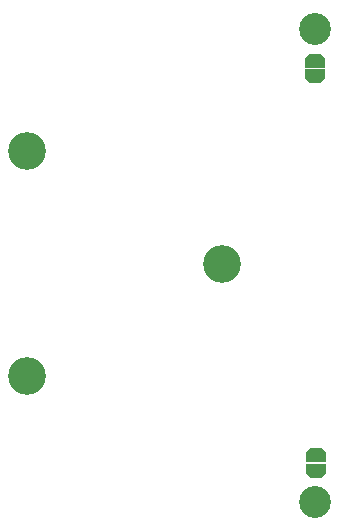
<source format=gbr>
%TF.GenerationSoftware,KiCad,Pcbnew,7.0.5.1-1-g8f565ef7f0-dirty-deb11*%
%TF.CreationDate,2023-07-01T18:37:16+00:00*%
%TF.ProjectId,USTTHUNDERMILLPCB03,55535454-4855-44e4-9445-524d494c4c50,rev?*%
%TF.SameCoordinates,Original*%
%TF.FileFunction,Soldermask,Bot*%
%TF.FilePolarity,Negative*%
%FSLAX46Y46*%
G04 Gerber Fmt 4.6, Leading zero omitted, Abs format (unit mm)*
G04 Created by KiCad (PCBNEW 7.0.5.1-1-g8f565ef7f0-dirty-deb11) date 2023-07-01 18:37:16*
%MOMM*%
%LPD*%
G01*
G04 APERTURE LIST*
G04 Aperture macros list*
%AMFreePoly0*
4,1,38,0.558779,0.830902,0.595106,0.780902,0.600000,0.750000,0.600000,-0.750000,0.580902,-0.808779,0.530902,-0.845106,0.500000,-0.850000,0.000000,-0.850000,-0.015663,-0.844911,-0.071157,-0.844911,-0.099330,-0.840860,-0.235881,-0.800765,-0.261772,-0.788941,-0.381494,-0.712000,-0.403005,-0.693361,-0.496202,-0.585806,-0.511590,-0.561861,-0.570709,-0.432407,-0.578728,-0.405098,-0.598982,-0.264232,
-0.600000,-0.250000,-0.600000,0.250000,-0.598982,0.264232,-0.578728,0.405098,-0.570709,0.432407,-0.511590,0.561861,-0.496202,0.585806,-0.403005,0.693361,-0.381494,0.712000,-0.261772,0.788941,-0.235881,0.800765,-0.099330,0.840860,-0.071157,0.844911,-0.031170,0.844911,-0.030902,0.845106,0.000000,0.850000,0.500000,0.850000,0.558779,0.830902,0.558779,0.830902,$1*%
%AMFreePoly1*
4,1,38,0.015663,0.844911,0.071157,0.844911,0.099330,0.840860,0.235881,0.800765,0.261772,0.788941,0.381494,0.712000,0.403005,0.693361,0.496202,0.585806,0.511590,0.561861,0.570709,0.432407,0.578728,0.405098,0.598982,0.264232,0.600000,0.250000,0.600000,-0.250000,0.598982,-0.264232,0.578728,-0.405098,0.570709,-0.432407,0.511590,-0.561861,0.496202,-0.585806,0.403005,-0.693361,
0.381494,-0.712000,0.261772,-0.788941,0.235881,-0.800765,0.099330,-0.840860,0.071157,-0.844911,0.031170,-0.844911,0.030902,-0.845106,0.000000,-0.850000,-0.500000,-0.850000,-0.558779,-0.830902,-0.595106,-0.780902,-0.600000,-0.750000,-0.600000,0.750000,-0.580902,0.808779,-0.530902,0.845106,-0.500000,0.850000,0.000000,0.850000,0.015663,0.844911,0.015663,0.844911,$1*%
G04 Aperture macros list end*
%ADD10C,3.200000*%
%ADD11FreePoly0,270.000000*%
%ADD12FreePoly1,270.000000*%
%ADD13C,2.700000*%
%ADD14FreePoly0,90.000000*%
%ADD15FreePoly1,90.000000*%
G04 APERTURE END LIST*
D10*
%TO.C,M2*%
X-5500000Y9526279D03*
%TD*%
%TO.C,M3*%
X-5500000Y-9526279D03*
%TD*%
%TO.C,M1*%
X11000000Y0D03*
%TD*%
D11*
%TO.C,JP1*%
X18900000Y17200000D03*
D12*
X18900000Y15900000D03*
%TD*%
D13*
%TO.C,J1*%
X18900000Y19900000D03*
%TD*%
D14*
%TO.C,JP2*%
X19000000Y-17500000D03*
D15*
X19000000Y-16200000D03*
%TD*%
D13*
%TO.C,J2*%
X18900000Y-20200000D03*
%TD*%
M02*

</source>
